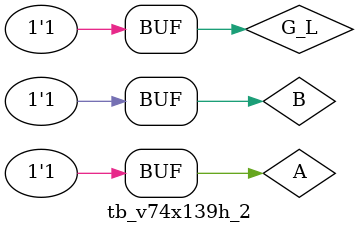
<source format=v>
`timescale 1ns/1ns

module tb_v74x139h_2;

    reg G_L;
    reg A;
    reg B;

    wire [3:0] Y_L;

    dataf_v74x139h uut (
        .G_L(G_L),
        .A(A),
        .B(B),
        .Y_L(Y_L)
    );
    initial begin
        G_L = 0;
        A = 0;
        B = 0;

        #100 G_L = 0; A = 0; B = 1;
        #100 G_L = 0; A = 1; B = 0;
        #100 G_L = 0; A = 1; B = 1;
        #100 G_L = 1; A = 0; B = 0;
        #100 G_L = 1; A = 0; B = 1;
        #100 G_L = 1; A = 1; B = 0;
        #100 G_L = 1; A = 1; B = 1;
        #100;
    end

endmodule

</source>
